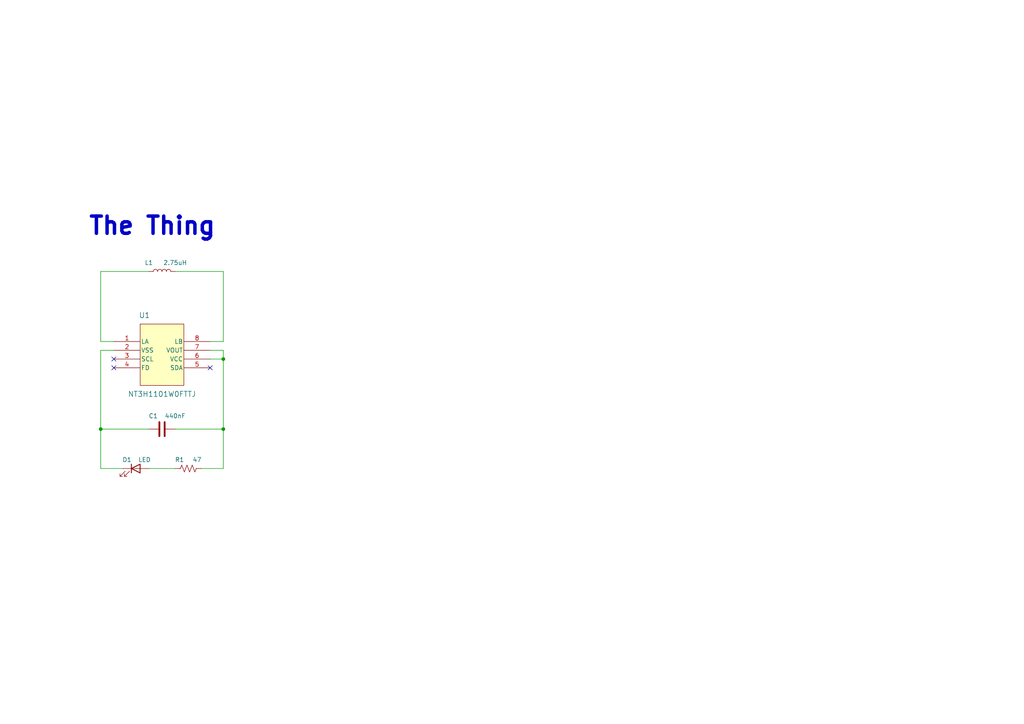
<source format=kicad_sch>
(kicad_sch (version 20230121) (generator eeschema)
  (paper "A4")
  (lib_symbols
    (symbol "Device:C" (pin_numbers hide) (pin_names (offset 0.254))
      (property "Reference" "C" (at 0.635 2.54 0))
      (property "Value" "C" (at 0.635 -2.54 0))
      (symbol "C_0_1"
        (polyline (pts (xy -2.032 -0.762) (xy 2.032 -0.762)) (stroke (width 0.508)))
        (polyline (pts (xy -2.032 0.762) (xy 2.032 0.762)) (stroke (width 0.508)))
      )
      (symbol "C_1_1"
        (pin passive line (at 0 3.81 270) (length 2.794) (name "~") (number "1"))
        (pin passive line (at 0 -3.81 90) (length 2.794) (name "~") (number "2"))
      )
    )
    (symbol "Device:L" (pin_numbers hide) (pin_names (offset 1.016) hide)
      (property "Reference" "L" (at -1.27 0 90))
      (property "Value" "L" (at 1.905 0 90))
      (symbol "L_0_1"
        (arc (start 0 -2.54) (mid 0.6323 -1.905) (end 0 -1.27))
        (arc (start 0 -1.27) (mid 0.6323 -0.635) (end 0 0))
        (arc (start 0 0) (mid 0.6323 0.635) (end 0 1.27))
        (arc (start 0 1.27) (mid 0.6323 1.905) (end 0 2.54))
      )
      (symbol "L_1_1"
        (pin passive line (at 0 3.81 270) (length 1.27) (name "1") (number "1"))
        (pin passive line (at 0 -3.81 90) (length 1.27) (name "2") (number "2"))
      )
    )
    (symbol "Device:LED" (pin_numbers hide) (pin_names (offset 1.016) hide)
      (property "Reference" "D" (at 0 2.54 0))
      (property "Value" "LED" (at 0 -2.54 0))
      (symbol "LED_0_1"
        (polyline (pts (xy -1.27 -1.27) (xy -1.27 1.27)) (stroke (width 0.254)))
        (polyline (pts (xy -1.27 0) (xy 1.27 0)))
        (polyline (pts (xy 1.27 -1.27) (xy 1.27 1.27) (xy -1.27 0) (xy 1.27 -1.27)) (stroke (width 0.254)))
        (polyline (pts (xy -3.048 -0.762) (xy -4.572 -2.286) (xy -3.81 -2.286) (xy -4.572 -2.286) (xy -4.572 -1.524)))
        (polyline (pts (xy -1.778 -0.762) (xy -3.302 -2.286) (xy -2.54 -2.286) (xy -3.302 -2.286) (xy -3.302 -1.524)))
      )
      (symbol "LED_1_1"
        (pin passive line (at -3.81 0 0) (length 2.54) (name "K") (number "1"))
        (pin passive line (at 3.81 0 180) (length 2.54) (name "A") (number "2"))
      )
    )
    (symbol "Device:R_US" (pin_numbers hide) (pin_names (offset 0))
      (property "Reference" "R" (at 2.54 0 90))
      (property "Value" "R_US" (at -2.54 0 90))
      (symbol "R_US_0_1"
        (polyline (pts (xy 0 -2.286) (xy 0 -2.54)))
        (polyline (pts (xy 0 2.286) (xy 0 2.54)))
        (polyline (pts (xy 0 -0.762) (xy 1.016 -1.143) (xy 0 -1.524) (xy -1.016 -1.905) (xy 0 -2.286)))
        (polyline (pts (xy 0 0.762) (xy 1.016 0.381) (xy 0 0) (xy -1.016 -0.381) (xy 0 -0.762)))
        (polyline (pts (xy 0 2.286) (xy 1.016 1.905) (xy 0 1.524) (xy -1.016 1.143) (xy 0 0.762)))
      )
      (symbol "R_US_1_1"
        (pin passive line (at 0 3.81 270) (length 1.27) (name "~") (number "1"))
        (pin passive line (at 0 -3.81 90) (length 1.27) (name "~") (number "2"))
      )
    )
    (symbol "business-card:NT3H1101W0FTTJ" (pin_names (offset 0.254))
      (property "Reference" "U" (at 0 20.32 0))
      (property "Value" "NT3H1101W0FTTJ" (at 6.35 -2.54 0))
      (symbol "NT3H1101W0FTTJ_0_1"
        (pin power_out line (at -7.62 10.16 0) (length 7.62) (name "VSS") (number "2"))
        (pin unspecified line (at -7.62 7.62 0) (length 7.62) (name "SCL") (number "3"))
        (pin unspecified line (at -7.62 5.08 0) (length 7.62) (name "FD") (number "4"))
        (pin unspecified line (at 20.32 5.08 180) (length 7.62) (name "SDA") (number "5"))
        (pin power_in line (at 20.32 7.62 180) (length 7.62) (name "VCC") (number "6"))
        (pin power_in line (at 20.32 10.16 180) (length 7.62) (name "VOUT") (number "7"))
      )
      (symbol "NT3H1101W0FTTJ_1_1"
        (rectangle (start 0 17.78) (end 12.7 0) (fill (type background)))
        (pin unspecified line (at -7.62 12.7 0) (length 7.62) (name "LA") (number "1"))
        (pin unspecified line (at 20.32 12.7 180) (length 7.62) (name "LB") (number "8"))
      )
    )
  )
  (junction (at 29.21 124.46))
  (junction (at 64.77 124.46))
  (junction (at 64.77 104.14))
  (no_connect (at 33.02 106.68))
  (no_connect (at 60.96 106.68))
  (no_connect (at 33.02 104.14))
  (wire (pts (xy 64.77 104.14) (xy 64.77 101.6)))
  (wire (pts (xy 64.77 124.46) (xy 64.77 104.14)))
  (wire (pts (xy 29.21 78.74) (xy 43.18 78.74)))
  (wire (pts (xy 29.21 101.6) (xy 33.02 101.6)))
  (wire (pts (xy 58.42 135.89) (xy 64.77 135.89)))
  (wire (pts (xy 29.21 99.06) (xy 29.21 78.74)))
  (wire (pts (xy 29.21 124.46) (xy 29.21 101.6)))
  (wire (pts (xy 50.8 124.46) (xy 64.77 124.46)))
  (wire (pts (xy 29.21 135.89) (xy 29.21 124.46)))
  (wire (pts (xy 64.77 99.06) (xy 60.96 99.06)))
  (wire (pts (xy 64.77 101.6) (xy 60.96 101.6)))
  (wire (pts (xy 43.18 135.89) (xy 50.8 135.89)))
  (wire (pts (xy 50.8 78.74) (xy 64.77 78.74)))
  (wire (pts (xy 64.77 78.74) (xy 64.77 99.06)))
  (wire (pts (xy 29.21 99.06) (xy 33.02 99.06)))
  (wire (pts (xy 29.21 124.46) (xy 43.18 124.46)))
  (wire (pts (xy 64.77 135.89) (xy 64.77 124.46)))
  (wire (pts (xy 35.56 135.89) (xy 29.21 135.89)))
  (wire (pts (xy 60.96 104.14) (xy 64.77 104.14)))
  (text "The Thing" (at 25.4 68.58 0) (effects (font (size 5 5) (thickness 1) bold) (justify left bottom)))
  (symbol (lib_id "business-card:NT3H1101W0FTTJ") (at 40.64 111.76 0) (unit 1)
    (property "Reference" "U1" (at 41.91 91.44 0) (effects (font (size 1.524 1.524))))
    (property "Value" "NT3H1101W0FTTJ" (at 46.99 114.3 0) (effects (font (size 1.524 1.524))))
    (property "Footprint" "business-card:NT3H1101W0FTTJ" (effects hide))
    (property "Datasheet" "https://mm.digikey.com/Volume0/opasdata/d220001/medias/docus/2210/NT3H1101_NT3H1201_DS.pdf" (effects hide))
    (property "Description" "IC RFID TRANSP 13.56MHZ 8TSSOP" (effects hide))
    (property "MPN" "NT3H1101W0FTTJ" (effects hide))
    (property "Manufacturer" "NXP USA Inc." (effects hide))
    (property "Vendor" "Digikey" (effects hide))
    (property "VPN" "568-12487-1-ND" (effects hide))
  )
  (symbol (lib_id "Device:C") (at 46.99 124.46 90) (unit 1)
    (property "Reference" "C1" (at 44.45 120.65 90))
    (property "Value" "440nF" (at 50.8 120.65 90))
    (property "Footprint" "Capacitor_SMD:C_0603_1608Metric_Pad1.08x0.95mm_HandSolder" (effects hide))
  )
  (symbol (lib_id "Device:L") (at 46.99 78.74 90) (unit 1)
    (property "Reference" "L1" (at 43.18 76.2 90))
    (property "Value" "2.75uH" (at 50.8 76.2 90))
  )
  (symbol (lib_id "Device:LED") (at 39.37 135.89 0) (unit 1)
    (property "Reference" "D1" (at 36.83 133.35 0))
    (property "Value" "LED" (at 41.91 133.35 0))
  )
  (symbol (lib_id "Device:R_US") (at 54.61 135.89 90) (unit 1)
    (property "Reference" "R1" (at 52.07 133.35 90))
    (property "Value" "47" (at 57.15 133.35 90))
    (property "Footprint" "Resistor_SMD:R_0603_1608Metric_Pad0.98x0.95mm_HandSolder" (effects hide))
  )
)
</source>
